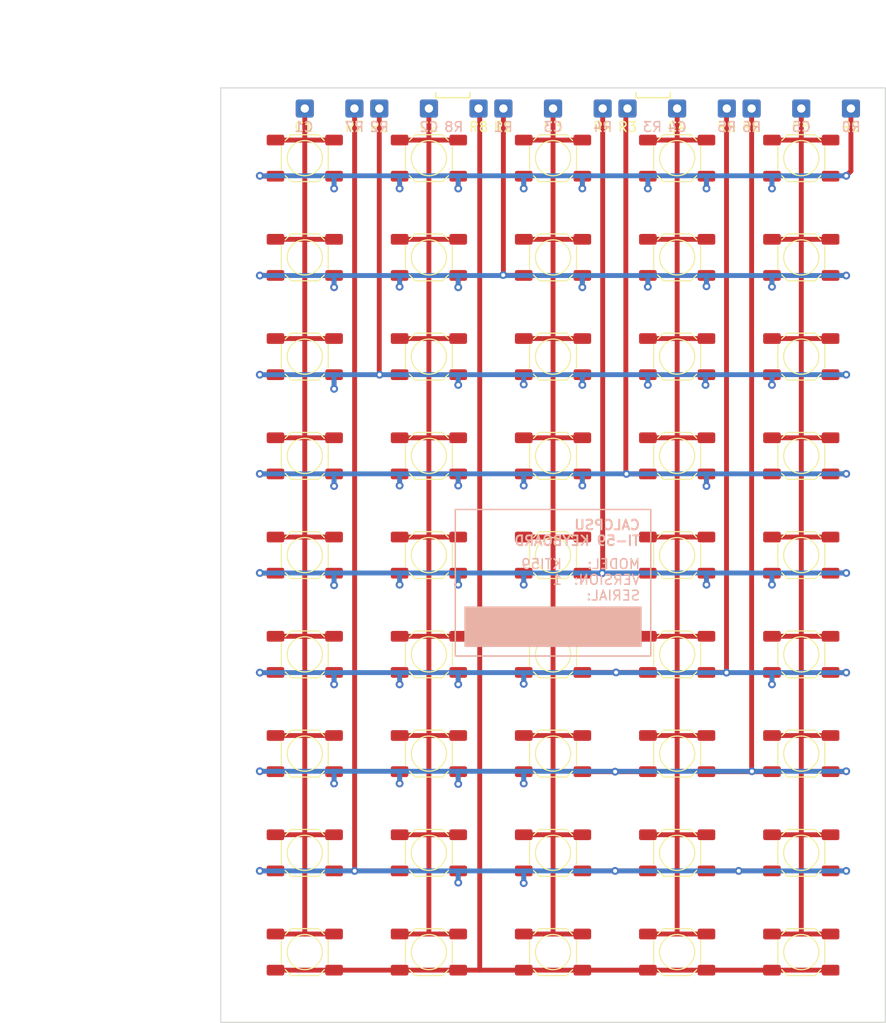
<source format=kicad_pcb>
(kicad_pcb (version 20240108) (generator "pcbnew") (generator_version "8.0")
  (title_block (title "KTI59") (date "2024-09-09") (rev "1") (company "CALCPSU"))
  (layers (0 "F.Cu" signal) (31 "B.Cu" signal) (34 "B.Paste" user) (35 "F.Paste" user) (36 "B.SilkS" user "B.Silkscreen") (37 "F.SilkS" user "F.Silkscreen") (38 "B.Mask" user) (39 "F.Mask" user) (44 "Edge.Cuts" user))
  (net 0 "")
  (net 1 "/C1")
  (net 2 "/R7")
  (net 3 "/R2")
  (net 4 "/C2")
  (net 5 "/R8")
  (net 6 "/R1")
  (net 7 "/C3")
  (net 8 "/R4")
  (net 9 "/R3")
  (net 10 "/C4")
  (net 11 "/R5")
  (net 12 "/R6")
  (net 13 "/C5")
  (net 14 "/R0")
  (footprint "george:PUSH_TACT_4.8x4.8x0.8" (layer "F.Cu") (at -25.4 17.35)
    (property "Reference" "SW1" (hide yes))
    (property "Value" "KEY" (hide yes))
  )
  (footprint "george:PUSH_TACT_4.8x4.8x0.8" (layer "F.Cu") (at -12.7 68.15)
    (property "Reference" "SW27" (hide yes))
    (property "Value" "KEY" (hide yes))
  )
  (footprint "george:PUSH_TACT_4.8x4.8x0.8" (layer "F.Cu") (at -12.7 27.51)
    (property "Reference" "SW7" (hide yes))
    (property "Value" "KEY" (hide yes))
  )
  (footprint "george:PUSH_TACT_4.8x4.8x0.8" (layer "F.Cu") (at 12.7 78.31)
    (property "Reference" "SW34" (hide yes))
    (property "Value" "KEY" (hide yes))
  )
  (footprint "Connector_Wire:SolderWire-0.25sqmm_1x01_D0.65mm_OD1.7mm" (layer "F.Cu") (at 20.32 2.11)
    (property "Reference" "J12" (hide yes))
    (property "Value" "R6")
  )
  (footprint "george:PUSH_TACT_4.8x4.8x0.8" (layer "F.Cu") (at 12.7 7.19)
    (property "Reference" "SW44" (hide yes))
    (property "Value" "KEY")
  )
  (footprint "Connector_Wire:SolderWire-0.25sqmm_1x01_D0.65mm_OD1.7mm" (layer "F.Cu") (at -12.7 2.11)
    (property "Reference" "J4" (hide yes))
    (property "Value" "C2")
  )
  (footprint "george:PUSH_TACT_4.8x4.8x0.8" (layer "F.Cu") (at -25.4 27.51)
    (property "Reference" "SW6" (hide yes))
    (property "Value" "KEY" (hide yes))
  )
  (footprint "Connector_Wire:SolderWire-0.25sqmm_1x01_D0.65mm_OD1.7mm" (layer "F.Cu") (at 25.4 2.11)
    (property "Reference" "J13" (hide yes))
    (property "Value" "C5")
  )
  (footprint "george:PUSH_TACT_4.8x4.8x0.8" (layer "F.Cu") (at 0 78.31)
    (property "Reference" "SW33" (hide yes))
    (property "Value" "KEY" (hide yes))
  )
  (footprint "Connector_Wire:SolderWire-0.25sqmm_1x01_D0.65mm_OD1.7mm" (layer "F.Cu") (at 0 2.11)
    (property "Reference" "J7" (hide yes))
    (property "Value" "C3")
  )
  (footprint "Connector_Wire:SolderWire-0.25sqmm_1x01_D0.65mm_OD1.7mm" (layer "F.Cu") (at 5.08 2.11)
    (property "Reference" "J8" (hide yes))
    (property "Value" "R4")
  )
  (footprint "Connector_Wire:SolderWire-0.25sqmm_1x01_D0.65mm_OD1.7mm" (layer "F.Cu") (at -20.32 2.11)
    (property "Reference" "J2" (hide yes))
    (property "Value" "R7")
  )
  (footprint "george:PUSH_TACT_4.8x4.8x0.8" (layer "F.Cu") (at -12.7 47.83)
    (property "Reference" "SW17" (hide yes))
    (property "Value" "KEY" (hide yes))
  )
  (footprint "george:PUSH_TACT_4.8x4.8x0.8" (layer "F.Cu") (at -12.7 17.35)
    (property "Reference" "SW2" (hide yes))
    (property "Value" "KEY" (hide yes))
  )
  (footprint "Connector_Wire:SolderWire-0.25sqmm_1x01_D0.65mm_OD1.7mm" (layer "F.Cu") (at 12.7 2.11)
    (property "Reference" "J10" (hide yes))
    (property "Value" "C4")
  )
  (footprint "Connector_Wire:SolderWire-0.25sqmm_1x01_D0.65mm_OD1.7mm" (layer "F.Cu") (at -17.78 2.11)
    (property "Reference" "J3" (hide yes))
    (property "Value" "R2")
  )
  (footprint "george:PUSH_TACT_4.8x4.8x0.8" (layer "F.Cu") (at 0 68.15)
    (property "Reference" "SW28" (hide yes))
    (property "Value" "KEY" (hide yes))
  )
  (footprint "george:PUSH_TACT_4.8x4.8x0.8" (layer "F.Cu") (at 12.7 47.83)
    (property "Reference" "SW19" (hide yes))
    (property "Value" "KEY" (hide yes))
  )
  (footprint "george:PUSH_TACT_4.8x4.8x0.8" (layer "F.Cu") (at 0 27.51)
    (property "Reference" "SW8" (hide yes))
    (property "Value" "KEY" (hide yes))
  )
  (footprint "george:PUSH_TACT_4.8x4.8x0.8" (layer "F.Cu") (at 25.4 88.47)
    (property "Reference" "SW40" (hide yes))
    (property "Value" "KEY" (hide yes))
  )
  (footprint "george:PUSH_TACT_4.8x4.8x0.8" (layer "F.Cu") (at 12.7 88.47)
    (property "Reference" "SW39" (hide yes))
    (property "Value" "KEY" (hide yes))
  )
  (footprint "george:PUSH_TACT_4.8x4.8x0.8" (layer "F.Cu") (at 25.4 47.83)
    (property "Reference" "SW20" (hide yes))
    (property "Value" "KEY" (hide yes))
  )
  (footprint "Connector_Wire:SolderWire-0.25sqmm_1x01_D0.65mm_OD1.7mm" (layer "F.Cu") (at -5.08 2.11)
    (property "Reference" "J6" (hide yes))
    (property "Value" "R1")
  )
  (footprint "george:PUSH_TACT_4.8x4.8x0.8" (layer "F.Cu") (at -25.4 68.15)
    (property "Reference" "SW26" (hide yes))
    (property "Value" "KEY" (hide yes))
  )
  (footprint "george:PUSH_TACT_4.8x4.8x0.8" (layer "F.Cu") (at 25.4 7.19)
    (property "Reference" "SW45" (hide yes))
    (property "Value" "KEY")
  )
  (footprint "george:PUSH_TACT_4.8x4.8x0.8" (layer "F.Cu") (at 25.4 17.35)
    (property "Reference" "SW5" (hide yes))
    (property "Value" "KEY" (hide yes))
  )
  (footprint "Connector_Wire:SolderWire-0.25sqmm_1x01_D0.65mm_OD1.7mm" (layer "F.Cu") (at 17.78 2.11)
    (property "Reference" "J11" (hide yes))
    (property "Value" "R5")
  )
  (footprint "george:PUSH_TACT_4.8x4.8x0.8" (layer "F.Cu") (at 25.4 37.67)
    (property "Reference" "SW15" (hide yes))
    (property "Value" "KEY" (hide yes))
  )
  (footprint "Connector_Wire:SolderWire-0.25sqmm_1x01_D0.65mm_OD1.7mm" (layer "F.Cu") (at 30.48 2.11)
    (property "Reference" "J14" (hide yes))
    (property "Value" "R0")
  )
  (footprint "george:PUSH_TACT_4.8x4.8x0.8" (layer "F.Cu") (at 12.7 17.35)
    (property "Reference" "SW4" (hide yes))
    (property "Value" "KEY" (hide yes))
  )
  (footprint "george:PUSH_TACT_4.8x4.8x0.8" (layer "F.Cu") (at -12.7 88.47)
    (property "Reference" "SW37" (hide yes))
    (property "Value" "KEY" (hide yes))
  )
  (footprint "george:PUSH_TACT_4.8x4.8x0.8" (layer "F.Cu") (at -25.4 57.99)
    (property "Reference" "SW21" (hide yes))
    (property "Value" "KEY" (hide yes))
  )
  (footprint "george:PUSH_TACT_4.8x4.8x0.8" (layer "F.Cu") (at -25.4 47.83)
    (property "Reference" "SW16" (hide yes))
    (property "Value" "KEY" (hide yes))
  )
  (footprint "george:PUSH_TACT_4.8x4.8x0.8" (layer "F.Cu") (at 0 7.19)
    (property "Reference" "SW43" (hide yes))
    (property "Value" "KEY")
  )
  (footprint "Connector_Wire:SolderWire-0.25sqmm_1x01_D0.65mm_OD1.7mm" (layer "F.Cu") (at -7.62 2.11)
    (property "Reference" "J5" (hide yes))
    (property "Value" "R8")
  )
  (footprint "george:PUSH_TACT_4.8x4.8x0.8" (layer "F.Cu") (at 0 17.35)
    (property "Reference" "SW3" (hide yes))
    (property "Value" "KEY" (hide yes))
  )
  (footprint "george:PUSH_TACT_4.8x4.8x0.8" (layer "F.Cu") (at 25.4 78.31)
    (property "Reference" "SW35" (hide yes))
    (property "Value" "KEY" (hide yes))
  )
  (footprint "george:PUSH_TACT_4.8x4.8x0.8" (layer "F.Cu") (at -12.7 78.31)
    (property "Reference" "SW32" (hide yes))
    (property "Value" "KEY" (hide yes))
  )
  (footprint "george:PUSH_TACT_4.8x4.8x0.8" (layer "F.Cu") (at -25.4 7.19)
    (property "Reference" "SW41" (hide yes))
    (property "Value" "KEY")
  )
  (footprint "george:PUSH_TACT_4.8x4.8x0.8" (layer "F.Cu") (at -12.7 37.67)
    (property "Reference" "SW12" (hide yes))
    (property "Value" "KEY" (hide yes))
  )
  (footprint "george:PUSH_TACT_4.8x4.8x0.8" (layer "F.Cu") (at 12.7 37.67)
    (property "Reference" "SW14" (hide yes))
    (property "Value" "KEY" (hide yes))
  )
  (footprint "george:PUSH_TACT_4.8x4.8x0.8" (layer "F.Cu") (at 12.7 57.99)
    (property "Reference" "SW24" (hide yes))
    (property "Value" "KEY" (hide yes))
  )
  (footprint "Connector_Wire:SolderWire-0.25sqmm_1x01_D0.65mm_OD1.7mm" (layer "F.Cu") (at 7.62 2.11)
    (property "Reference" "J9" (hide yes))
    (property "Value" "R3")
  )
  (footprint "george:PUSH_TACT_4.8x4.8x0.8" (layer "F.Cu") (at 12.7 27.51)
    (property "Reference" "SW9" (hide yes))
    (property "Value" "KEY" (hide yes))
  )
  (footprint "george:PUSH_TACT_4.8x4.8x0.8" (layer "F.Cu") (at 12.7 68.15)
    (property "Reference" "SW29" (hide yes))
    (property "Value" "KEY" (hide yes))
  )
  (footprint "george:PUSH_TACT_4.8x4.8x0.8" (layer "F.Cu") (at -25.4 88.47)
    (property "Reference" "SW36" (hide yes))
    (property "Value" "KEY" (hide yes))
  )
  (footprint "george:PUSH_TACT_4.8x4.8x0.8" (layer "F.Cu") (at -12.7 57.99)
    (property "Reference" "SW22" (hide yes))
    (property "Value" "KEY" (hide yes))
  )
  (footprint "george:PUSH_TACT_4.8x4.8x0.8" (layer "F.Cu") (at -25.4 37.67)
    (property "Reference" "SW11" (hide yes))
    (property "Value" "KEY" (hide yes))
  )
  (footprint "george:PUSH_TACT_4.8x4.8x0.8" (layer "F.Cu") (at -12.7 7.19)
    (property "Reference" "SW42" (hide yes))
    (property "Value" "KEY")
  )
  (footprint "george:PUSH_TACT_4.8x4.8x0.8" (layer "F.Cu") (at 25.4 57.99)
    (property "Reference" "SW25" (hide yes))
    (property "Value" "KEY" (hide yes))
  )
  (footprint "george:PUSH_TACT_4.8x4.8x0.8" (layer "F.Cu") (at 0 37.67)
    (property "Reference" "SW13" (hide yes))
    (property "Value" "KEY" (hide yes))
  )
  (footprint "george:PUSH_TACT_4.8x4.8x0.8" (layer "F.Cu") (at 25.4 68.15)
    (property "Reference" "SW30" (hide yes))
    (property "Value" "KEY" (hide yes))
  )
  (footprint "Connector_Wire:SolderWire-0.25sqmm_1x01_D0.65mm_OD1.7mm" (layer "F.Cu") (at -25.4 2.11)
    (property "Reference" "J1" (hide yes))
    (property "Value" "C1")
  )
  (footprint "george:PUSH_TACT_4.8x4.8x0.8" (layer "F.Cu") (at -25.4 78.31)
    (property "Reference" "SW31" (hide yes))
    (property "Value" "KEY" (hide yes))
  )
  (footprint "george:PUSH_TACT_4.8x4.8x0.8" (layer "F.Cu") (at 25.4 27.51)
    (property "Reference" "SW10" (hide yes))
    (property "Value" "KEY" (hide yes))
  )
  (footprint "george:PUSH_TACT_4.8x4.8x0.8" (layer "F.Cu") (at 0 88.47)
    (property "Reference" "SW38" (hide yes))
    (property "Value" "KEY" (hide yes))
  )
  (footprint "george:PUSH_TACT_4.8x4.8x0.8" (layer "F.Cu") (at 0 57.99)
    (property "Reference" "SW23" (hide yes))
    (property "Value" "KEY" (hide yes))
  )
  (footprint "george:PUSH_TACT_4.8x4.8x0.8" (layer "F.Cu") (at 0 47.83)
    (property "Reference" "SW18" (hide yes))
    (property "Value" "KEY" (hide yes))
  )
  (gr_rect (start -10 43.16) (end 10 58.16) (stroke (width 0.15)) (fill none) (layer "B.SilkS"))
  (gr_rect (start -9 53.16) (end 9 57.16) (stroke (width 0.15)) (fill solid) (layer "B.SilkS"))
  (gr_line (start 8.5 0.5) (end 8.5 1) (stroke (width 0.15)) (layer "F.SilkS"))
  (gr_line (start -8.5 1) (end -8.5 0.5) (stroke (width 0.15)) (layer "F.SilkS"))
  (gr_line (start -8.5 1) (end -12 1) (stroke (width 0.15)) (layer "F.SilkS"))
  (gr_line (start 8.5 1) (end 12 1) (stroke (width 0.15)) (layer "F.SilkS"))
  (gr_line (start 12 1) (end 12 0.5) (stroke (width 0.15)) (layer "F.SilkS"))
  (gr_line (start -12 0.5) (end -12 1) (stroke (width 0.15)) (layer "F.SilkS"))
  (gr_rect (start -34 0) (end 34 95.66) (stroke (width 0.1)) (fill none) (layer "Edge.Cuts"))
  (gr_text "R5" (at 17.78 4 0) (layer "B.SilkS") (effects (font (size 1 1)) (justify mirror)))
  (gr_text "R1" (at -5.1 4 0) (layer "B.SilkS") (effects (font (size 1 1)) (justify mirror)))
  (gr_text "C2" (at -12.7 4 0) (layer "B.SilkS") (effects (font (size 1 1)) (justify mirror)))
  (gr_text "R8" (at -10.16 4 0) (layer "B.SilkS") (effects (font (size 1 1)) (justify mirror)))
  (gr_text "CALCPSU\nTI-59 KEYBOARD" (at 9 44.16 0) (layer "B.SilkS") (effects (font (size 1 1) (thickness 0.2) (bold yes)) (justify left top mirror)))
  (gr_text "C4" (at 12.7 4 0) (layer "B.SilkS") (effects (font (size 1 1)) (justify mirror)))
  (gr_text "C5" (at 25.4 4 0) (layer "B.SilkS") (effects (font (size 1 1)) (justify mirror)))
  (gr_text "R3" (at 10.16 4 0) (layer "B.SilkS") (effects (font (size 1 1)) (justify mirror)))
  (gr_text "R6" (at 20.32 4 0) (layer "B.SilkS") (effects (font (size 1 1)) (justify mirror)))
  (gr_text "R7" (at -20.32 4 0) (layer "B.SilkS") (effects (font (size 1 1)) (justify mirror)))
  (gr_text "R2" (at -17.78 4 0) (layer "B.SilkS") (effects (font (size 1 1)) (justify mirror)))
  (gr_text "C3" (at 0 4 0) (layer "B.SilkS") (effects (font (size 1 1)) (justify mirror)))
  (gr_text "R0" (at 30.5 4 0) (layer "B.SilkS") (effects (font (size 1 1)) (justify mirror)))
  (gr_text "R4" (at 5.08 4 0) (layer "B.SilkS") (effects (font (size 1 1)) (justify mirror)))
  (gr_text "MODEL:\nVERSION:\nSERIAL:" (at 9 48.16 0) (layer "B.SilkS") (effects (font (size 1 1)) (justify left top mirror)))
  (gr_text "C1" (at -25.5 4 0) (layer "B.SilkS") (effects (font (size 1 1)) (justify mirror)))
  (gr_text "KTI59\n1" (at 1 48.16 0) (layer "B.SilkS") (effects (font (size 1 1)) (justify left top mirror)))
  (segment (start -28.4 56.14) (end -22.4 56.14) (width 0.5) (layer "F.Cu") (net 1))
  (segment (start -25.4 86.62) (end -28.4 86.62) (width 0.5) (layer "F.Cu") (net 1))
  (segment (start -25.4 86.3) (end -25.4 86.62) (width 0.5) (layer "F.Cu") (net 1))
  (segment (start -28.4 5.34) (end -22.4 5.34) (width 0.5) (layer "F.Cu") (net 1))
  (segment (start -28.4 66.3) (end -22.4 66.3) (width 0.5) (layer "F.Cu") (net 1))
  (segment (start -28.4 45.98) (end -22.4 45.98) (width 0.5) (layer "F.Cu") (net 1))
  (segment (start -28.4 15.5) (end -22.4 15.5) (width 0.5) (layer "F.Cu") (net 1))
  (segment (start -25.4 86.62) (end -22.4 86.62) (width 0.5) (layer "F.Cu") (net 1))
  (segment (start -28.4 25.66) (end -22.4 25.66) (width 0.5) (layer "F.Cu") (net 1))
  (segment (start -25.4 2.11) (end -25.4 86.3) (width 0.5) (layer "F.Cu") (net 1))
  (segment (start -28.4 35.82) (end -22.4 35.82) (width 0.5) (layer "F.Cu") (net 1))
  (segment (start -28.4 76.46) (end -22.4 76.46) (width 0.5) (layer "F.Cu") (net 1))
  (segment (start 28.4 80.16) (end 30 80.16) (width 0.5) (layer "F.Cu") (net 2))
  (segment (start -3 80.16) (end -3 81.41) (width 0.5) (layer "F.Cu") (net 2))
  (segment (start -20.3 2.13) (end -20.32 2.11) (width 0.5) (layer "F.Cu") (net 2))
  (segment (start -30 80.16) (end -28.4 80.16) (width 0.5) (layer "F.Cu") (net 2))
  (segment (start 3 80.16) (end 9.7 80.16) (width 0.5) (layer "F.Cu") (net 2))
  (segment (start -9.7 80.16) (end -9.7 81.36) (width 0.5) (layer "F.Cu") (net 2))
  (segment (start 15.7 80.16) (end 22.4 80.16) (width 0.5) (layer "F.Cu") (net 2))
  (segment (start -20.3 80.16) (end -15.7 80.16) (width 0.5) (layer "F.Cu") (net 2))
  (segment (start -20.3 80.16) (end -20.3 2.13) (width 0.5) (layer "F.Cu") (net 2))
  (segment (start -22.4 80.16) (end -20.3 80.16) (width 0.5) (layer "F.Cu") (net 2))
  (via (at -30 80.16) (size 0.8) (drill 0.4) (layers "F.Cu" "B.Cu") (net 2))
  (via (at -9.7 81.36) (size 0.8) (drill 0.4) (layers "F.Cu" "B.Cu") (net 2))
  (via (at -3 81.41) (size 0.8) (drill 0.4) (layers "F.Cu" "B.Cu") (net 2))
  (via (at 30 80.16) (size 0.8) (drill 0.4) (layers "F.Cu" "B.Cu") (net 2))
  (via (at -20.3 80.16) (size 0.8) (drill 0.4) (layers "F.Cu" "B.Cu") (net 2))
  (via (at 6.35 80.16) (size 0.8) (drill 0.4) (layers "F.Cu" "B.Cu") (net 2))
  (via (at 19 80.16) (size 0.8) (drill 0.4) (layers "F.Cu" "B.Cu") (net 2))
  (segment (start -19.45 80.16) (end 30 80.16) (width 0.5) (layer "B.Cu") (net 2))
  (segment (start -19.45 80.16) (end -30 80.16) (width 0.5) (layer "B.Cu") (net 2))
  (segment (start -3 81.41) (end -3 80.16) (width 0.5) (layer "B.Cu") (net 2))
  (segment (start -9.7 81.36) (end -9.7 80.16) (width 0.5) (layer "B.Cu") (net 2))
  (segment (start -17.78 2.11) (end -17.78 29.33) (width 0.5) (layer "F.Cu") (net 3))
  (segment (start 22.4 29.36) (end 22.4 30.41) (width 0.5) (layer "F.Cu") (net 3))
  (segment (start -22.4 29.36) (end -22.4 30.81) (width 0.5) (layer "F.Cu") (net 3))
  (segment (start -3 29.36) (end -3 30.36) (width 0.5) (layer "F.Cu") (net 3))
  (segment (start 3 29.36) (end 3 30.41) (width 0.5) (layer "F.Cu") (net 3))
  (segment (start -9.7 29.36) (end -9.7 30.41) (width 0.5) (layer "F.Cu") (net 3))
  (segment (start 30 29.36) (end 28.4 29.36) (width 0.5) (layer "F.Cu") (net 3))
  (segment (start 9.7 29.36) (end 9.7 30.41) (width 0.5) (layer "F.Cu") (net 3))
  (segment (start -17.78 29.33) (end -17.75 29.36) (width 0.5) (layer "F.Cu") (net 3))
  (segment (start -15.7 29.36) (end -17.75 29.36) (width 0.5) (layer "F.Cu") (net 3))
  (segment (start 15.6 29.46) (end 15.7 29.36) (width 0.5) (layer "F.Cu") (net 3))
  (segment (start 15.6 30.41) (end 15.6 29.46) (width 0.5) (layer "F.Cu") (net 3))
  (segment (start -28.4 29.36) (end -30 29.36) (width 0.5) (layer "F.Cu") (net 3))
  (via (at -3 30.36) (size 0.8) (drill 0.4) (layers "F.Cu" "B.Cu") (net 3))
  (via (at 15.6 30.41) (size 0.8) (drill 0.4) (layers "F.Cu" "B.Cu") (net 3))
  (via (at -30 29.36) (size 0.8) (drill 0.4) (layers "F.Cu" "B.Cu") (net 3))
  (via (at 3 30.41) (size 0.8) (drill 0.4) (layers "F.Cu" "B.Cu") (net 3))
  (via (at 22.4 30.41) (size 0.8) (drill 0.4) (layers "F.Cu" "B.Cu") (net 3))
  (via (at -9.7 30.41) (size 0.8) (drill 0.4) (layers "F.Cu" "B.Cu") (net 3))
  (via (at 30 29.36) (size 0.8) (drill 0.4) (layers "F.Cu" "B.Cu") (net 3))
  (via (at 9.7 30.41) (size 0.8) (drill 0.4) (layers "F.Cu" "B.Cu") (net 3))
  (via (at -22.4 30.81) (size 0.8) (drill 0.4) (layers "F.Cu" "B.Cu") (net 3))
  (via (at -17.75 29.36) (size 0.8) (drill 0.4) (layers "F.Cu" "B.Cu") (net 3))
  (segment (start -22.4 29.41) (end -22.35 29.36) (width 0.5) (layer "B.Cu") (net 3))
  (segment (start -9.65 29.36) (end -2.9 29.36) (width 0.5) (layer "B.Cu") (net 3))
  (segment (start -22.35 29.36) (end -17.75 29.36) (width 0.5) (layer "B.Cu") (net 3))
  (segment (start -9.7 30.41) (end -9.7 29.41) (width 0.5) (layer "B.Cu") (net 3))
  (segment (start -17.75 29.36) (end -9.65 29.36) (width 0.5) (layer "B.Cu") (net 3))
  (segment (start 3 30.41) (end 3 29.41) (width 0.5) (layer "B.Cu") (net 3))
  (segment (start -3 29.46) (end -2.9 29.36) (width 0.5) (layer "B.Cu") (net 3))
  (segment (start 9.7 30.41) (end 9.7 29.36) (width 0.5) (layer "B.Cu") (net 3))
  (segment (start -2.9 29.36) (end 3.05 29.36) (width 0.5) (layer "B.Cu") (net 3))
  (segment (start 22.4 30.41) (end 22.4 29.36) (width 0.5) (layer "B.Cu") (net 3))
  (segment (start -22.4 30.81) (end -22.4 29.41) (width 0.5) (layer "B.Cu") (net 3))
  (segment (start -3 30.36) (end -3 29.46) (width 0.5) (layer "B.Cu") (net 3))
  (segment (start -17.78 29.33) (end -17.75 29.36) (width 0.5) (layer "B.Cu") (net 3))
  (segment (start -9.7 29.41) (end -9.65 29.36) (width 0.5) (layer "B.Cu") (net 3))
  (segment (start 15.6 29.36) (end 30 29.36) (width 0.5) (layer "B.Cu") (net 3))
  (segment (start 3 29.41) (end 3.05 29.36) (width 0.5) (layer "B.Cu") (net 3))
  (segment (start 3.05 29.36) (end 15.6 29.36) (width 0.5) (layer "B.Cu") (net 3))
  (segment (start -30 29.36) (end -22.35 29.36) (width 0.5) (layer "B.Cu") (net 3))
  (segment (start 15.6 29.36) (end 15.6 30.41) (width 0.5) (layer "B.Cu") (net 3))
  (segment (start -12.7 86.62) (end -15.7 86.62) (width 0.5) (layer "F.Cu") (net 4))
  (segment (start -15.7 5.34) (end -9.7 5.34) (width 0.5) (layer "F.Cu") (net 4))
  (segment (start -15.7 25.66) (end -9.7 25.66) (width 0.5) (layer "F.Cu") (net 4))
  (segment (start -15.7 66.3) (end -9.7 66.3) (width 0.5) (layer "F.Cu") (net 4))
  (segment (start -15.7 56.14) (end -9.7 56.14) (width 0.5) (layer "F.Cu") (net 4))
  (segment (start -15.7 15.5) (end -9.7 15.5) (width 0.5) (layer "F.Cu") (net 4))
  (segment (start -12.7 2.11) (end -12.7 86.62) (width 0.5) (layer "F.Cu") (net 4))
  (segment (start -12.7 86.62) (end -9.7 86.62) (width 0.5) (layer "F.Cu") (net 4))
  (segment (start -15.7 35.82) (end -9.7 35.82) (width 0.5) (layer "F.Cu") (net 4))
  (segment (start -15.7 76.46) (end -9.7 76.46) (width 0.5) (layer "F.Cu") (net 4))
  (segment (start -15.7 45.98) (end -9.7 45.98) (width 0.5) (layer "F.Cu") (net 4))
  (segment (start -28.4 90.32) (end -7.5 90.32) (width 0.5) (layer "F.Cu") (net 5))
  (segment (start -7.5 90.32) (end 28.4 90.32) (width 0.5) (layer "F.Cu") (net 5))
  (segment (start -7.5 2.23) (end -7.62 2.11) (width 0.5) (layer "F.Cu") (net 5))
  (segment (start -7.5 90.32) (end -7.5 2.23) (width 0.5) (layer "F.Cu") (net 5))
  (segment (start 22.4 19.2) (end 22.4 20.36) (width 0.5) (layer "F.Cu") (net 6))
  (segment (start -22.4 19.2) (end -22.4 20.41) (width 0.5) (layer "F.Cu") (net 6))
  (segment (start 15.7 19.2) (end 15.7 20.31) (width 0.5) (layer "F.Cu") (net 6))
  (segment (start -5.08 19.14) (end -5.1 19.16) (width 0.5) (layer "F.Cu") (net 6))
  (segment (start -3 19.2) (end -5.06 19.2) (width 0.5) (layer "F.Cu") (net 6))
  (segment (start 3 19.2) (end 3 20.41) (width 0.5) (layer "F.Cu") (net 6))
  (segment (start -9.7 19.2) (end -9.7 20.41) (width 0.5) (layer "F.Cu") (net 6))
  (segment (start -5.06 19.2) (end -5.1 19.16) (width 0.5) (layer "F.Cu") (net 6))
  (segment (start -15.7 19.2) (end -15.7 20.36) (width 0.5) (layer "F.Cu") (net 6))
  (segment (start -28.4 19.2) (end -29.99 19.2) (width 0.5) (layer "F.Cu") (net 6))
  (segment (start 28.41 19.21) (end 28.4 19.2) (width 0.5) (layer "F.Cu") (net 6))
  (segment (start -5.08 2.11) (end -5.08 19.14) (width 0.5) (layer "F.Cu") (net 6))
  (segment (start 30 19.21) (end 28.41 19.21) (width 0.5) (layer "F.Cu") (net 6))
  (segment (start 9.7 19.2) (end 9.7 20.36) (width 0.5) (layer "F.Cu") (net 6))
  (segment (start -29.99 19.2) (end -30 19.21) (width 0.5) (layer "F.Cu") (net 6))
  (via (at -9.7 20.41) (size 0.8) (drill 0.4) (layers "F.Cu" "B.Cu") (net 6))
  (via (at -30 19.21) (size 0.8) (drill 0.4) (layers "F.Cu" "B.Cu") (net 6))
  (via (at -5.1 19.16) (size 0.8) (drill 0.4) (layers "F.Cu" "B.Cu") (net 6))
  (via (at -15.7 20.36) (size 0.8) (drill 0.4) (layers "F.Cu" "B.Cu") (net 6))
  (via (at 9.7 20.36) (size 0.8) (drill 0.4) (layers "F.Cu" "B.Cu") (net 6))
  (via (at -22.4 20.41) (size 0.8) (drill 0.4) (layers "F.Cu" "B.Cu") (net 6))
  (via (at 3 20.41) (size 0.8) (drill 0.4) (layers "F.Cu" "B.Cu") (net 6))
  (via (at 30 19.21) (size 0.8) (drill 0.4) (layers "F.Cu" "B.Cu") (net 6))
  (via (at 22.4 20.36) (size 0.8) (drill 0.4) (layers "F.Cu" "B.Cu") (net 6))
  (via (at 15.7 20.31) (size 0.8) (drill 0.4) (layers "F.Cu" "B.Cu") (net 6))
  (segment (start -15.6 19.21) (end -9.7 19.21) (width 0.5) (layer "B.Cu") (net 6))
  (segment (start 9.7 19.31) (end 9.8 19.21) (width 0.5) (layer "B.Cu") (net 6))
  (segment (start 22.4 19.26) (end 22.35 19.21) (width 0.5) (layer "B.Cu") (net 6))
  (segment (start 9.8 19.21) (end 15.75 19.21) (width 0.5) (layer "B.Cu") (net 6))
  (segment (start 3 20.41) (end 3 19.31) (width 0.5) (layer "B.Cu") (net 6))
  (segment (start 15.7 20.31) (end 15.7 19.26) (width 0.5) (layer "B.Cu") (net 6))
  (segment (start 3.1 19.21) (end 9.8 19.21) (width 0.5) (layer "B.Cu") (net 6))
  (segment (start 22.4 20.36) (end 22.4 19.26) (width 0.5) (layer "B.Cu") (net 6))
  (segment (start -15.7 20.36) (end -15.7 19.31) (width 0.5) (layer "B.Cu") (net 6))
  (segment (start -22.4 20.41) (end -22.4 19.26) (width 0.5) (layer "B.Cu") (net 6))
  (segment (start 15.75 19.21) (end 22.35 19.21) (width 0.5) (layer "B.Cu") (net 6))
  (segment (start 3 19.31) (end 3.1 19.21) (width 0.5) (layer "B.Cu") (net 6))
  (segment (start -22.35 19.21) (end -15.6 19.21) (width 0.5) (layer "B.Cu") (net 6))
  (segment (start -15.7 19.31) (end -15.6 19.21) (width 0.5) (layer "B.Cu") (net 6))
  (segment (start -9.7 20.41) (end -9.7 19.21) (width 0.5) (layer "B.Cu") (net 6))
  (segment (start 9.7 20.36) (end 9.7 19.31) (width 0.5) (layer "B.Cu") (net 6))
  (segment (start 22.35 19.21) (end 30 19.21) (width 0.5) (layer "B.Cu") (net 6))
  (segment (start -9.7 19.21) (end 3.1 19.21) (width 0.5) (layer "B.Cu") (net 6))
  (segment (start 15.7 19.26) (end 15.75 19.21) (width 0.5) (layer "B.Cu") (net 6))
  (segment (start -30 19.21) (end -22.35 19.21) (width 0.5) (layer "B.Cu") (net 6))
  (segment (start -22.4 19.26) (end -22.35 19.21) (width 0.5) (layer "B.Cu") (net 6))
  (segment (start -3 66.3) (end 3 66.3) (width 0.5) (layer "F.Cu") (net 7))
  (segment (start -3 15.5) (end 3 15.5) (width 0.5) (layer "F.Cu") (net 7))
  (segment (start -3 56.14) (end 3 56.14) (width 0.5) (layer "F.Cu") (net 7))
  (segment (start 0 86.62) (end -3 86.62) (width 0.5) (layer "F.Cu") (net 7))
  (segment (start -3 76.46) (end 3 76.46) (width 0.5) (layer "F.Cu") (net 7))
  (segment (start 0 86.62) (end 3 86.62) (width 0.5) (layer "F.Cu") (net 7))
  (segment (start -3 5.34) (end 3 5.34) (width 0.5) (layer "F.Cu") (net 7))
  (segment (start 0 2.11) (end 0 86.62) (width 0.5) (layer "F.Cu") (net 7))
  (segment (start -3 45.98) (end 3 45.98) (width 0.5) (layer "F.Cu") (net 7))
  (segment (start -3 35.82) (end 3 35.82) (width 0.5) (layer "F.Cu") (net 7))
  (segment (start -3 25.66) (end 3 25.66) (width 0.5) (layer "F.Cu") (net 7))
  (segment (start 30 49.66) (end 28.42 49.66) (width 0.5) (layer "F.Cu") (net 8))
  (segment (start 22.4 49.68) (end 22.4 50.86) (width 0.5) (layer "F.Cu") (net 8))
  (segment (start 5.08 2.11) (end 5.08 49.63) (width 0.5) (layer "F.Cu") (net 8))
  (segment (start 5.03 49.68) (end 3 49.68) (width 0.5) (layer "F.Cu") (net 8))
  (segment (start -9.7 49.68) (end -9.7 50.86) (width 0.5) (layer "F.Cu") (net 8))
  (segment (start -3 49.68) (end -3 50.86) (width 0.5) (layer "F.Cu") (net 8))
  (segment (start -29.98 49.68) (end -30 49.66) (width 0.5) (layer "F.Cu") (net 8))
  (segment (start 15.7 49.68) (end 15.7 50.86) (width 0.5) (layer "F.Cu") (net 8))
  (segment (start 3 49.68) (end 9.7 49.68) (width 0.5) (layer "F.Cu") (net 8))
  (segment (start -22.4 49.68) (end -22.4 50.91) (width 0.5) (layer "F.Cu") (net 8))
  (segment (start 5.08 49.63) (end 5.03 49.68) (width 0.5) (layer "F.Cu") (net 8))
  (segment (start 28.42 49.66) (end 28.4 49.68) (width 0.5) (layer "F.Cu") (net 8))
  (segment (start -15.7 49.68) (end -15.7 50.86) (width 0.5) (layer "F.Cu") (net 8))
  (segment (start -28.4 49.68) (end -29.98 49.68) (width 0.5) (layer "F.Cu") (net 8))
  (via (at -15.7 50.86) (size 0.8) (drill 0.4) (layers "F.Cu" "B.Cu") (net 8))
  (via (at -22.4 50.91) (size 0.8) (drill 0.4) (layers "F.Cu" "B.Cu") (net 8))
  (via (at -30 49.66) (size 0.8) (drill 0.4) (layers "F.Cu" "B.Cu") (net 8))
  (via (at -9.7 50.86) (size 0.8) (drill 0.4) (layers "F.Cu" "B.Cu") (net 8))
  (via (at 22.4 50.86) (size 0.8) (drill 0.4) (layers "F.Cu" "B.Cu") (net 8))
  (via (at 30 49.66) (size 0.8) (drill 0.4) (layers "F.Cu" "B.Cu") (net 8))
  (via (at 15.7 50.86) (size 0.8) (drill 0.4) (layers "F.Cu" "B.Cu") (net 8))
  (via (at -3 50.86) (size 0.8) (drill 0.4) (layers "F.Cu" "B.Cu") (net 8))
  (via (at 5.03 49.68) (size 0.8) (drill 0.4) (layers "F.Cu" "B.Cu") (net 8))
  (segment (start 22.45 49.66) (end 30 49.66) (width 0.5) (layer "B.Cu") (net 8))
  (segment (start -15.7 49.66) (end -9.7 49.66) (width 0.5) (layer "B.Cu") (net 8))
  (segment (start 15.7 49.71) (end 15.75 49.66) (width 0.5) (layer "B.Cu") (net 8))
  (segment (start -9.7 49.66) (end -3 49.66) (width 0.5) (layer "B.Cu") (net 8))
  (segment (start -3 49.66) (end 15.75 49.66) (width 0.5) (layer "B.Cu") (net 8))
  (segment (start 15.75 49.66) (end 22.45 49.66) (width 0.5) (layer "B.Cu") (net 8))
  (segment (start -9.7 50.86) (end -9.7 49.66) (width 0.5) (layer "B.Cu") (net 8))
  (segment (start 15.7 50.86) (end 15.7 49.71) (width 0.5) (layer "B.Cu") (net 8))
  (segment (start -30 49.66) (end -22.4 49.66) (width 0.5) (layer "B.Cu") (net 8))
  (segment (start -22.4 50.91) (end -22.4 49.66) (width 0.5) (layer "B.Cu") (net 8))
  (segment (start -3 50.86) (end -3 49.66) (width 0.5) (layer "B.Cu") (net 8))
  (segment (start 22.4 50.86) (end 22.4 49.71) (width 0.5) (layer "B.Cu") (net 8))
  (segment (start -15.7 50.86) (end -15.7 49.66) (width 0.5) (layer "B.Cu") (net 8))
  (segment (start 22.4 49.71) (end 22.45 49.66) (width 0.5) (layer "B.Cu") (net 8))
  (segment (start -22.4 49.66) (end -15.7 49.66) (width 0.5) (layer "B.Cu") (net 8))
  (segment (start 30 39.51) (end 28.41 39.51) (width 0.5) (layer "F.Cu") (net 9))
  (segment (start 15.7 39.52) (end 15.7 40.76) (width 0.5) (layer "F.Cu") (net 9))
  (segment (start -15.7 39.52) (end -15.7 40.71) (width 0.5) (layer "F.Cu") (net 9))
  (segment (start 28.41 39.51) (end 28.4 39.52) (width 0.5) (layer "F.Cu") (net 9))
  (segment (start 7.45 2.28) (end 7.62 2.11) (width 0.5) (layer "F.Cu") (net 9))
  (segment (start 7.45 39.46) (end 7.45 2.28) (width 0.5) (layer "F.Cu") (net 9))
  (segment (start 7.51 39.52) (end 7.45 39.46) (width 0.5) (layer "F.Cu") (net 9))
  (segment (start -29.99 39.52) (end -30 39.51) (width 0.5) (layer "F.Cu") (net 9))
  (segment (start -3 39.52) (end -3 40.71) (width 0.5) (layer "F.Cu") (net 9))
  (segment (start -9.7 39.52) (end -9.7 40.71) (width 0.5) (layer "F.Cu") (net 9))
  (segment (start -28.4 39.52) (end -29.99 39.52) (width 0.5) (layer "F.Cu") (net 9))
  (segment (start 7.51 39.52) (end 9.7 39.52) (width 0.5) (layer "F.Cu") (net 9))
  (segment (start -22.4 39.52) (end -22.4 40.76) (width 0.5) (layer "F.Cu") (net 9))
  (segment (start 3 39.52) (end 3 40.71) (width 0.5) (layer "F.Cu") (net 9))
  (via (at 3 40.71) (size 0.8) (drill 0.4) (layers "F.Cu" "B.Cu") (net 9))
  (via (at 15.7 40.76) (size 0.8) (drill 0.4) (layers "F.Cu" "B.Cu") (net 9))
  (via (at -22.4 40.76) (size 0.8) (drill 0.4) (layers "F.Cu" "B.Cu") (net 9))
  (via (at -3 40.71) (size 0.8) (drill 0.4) (layers "F.Cu" "B.Cu") (net 9))
  (via (at 7.51 39.52) (size 0.8) (drill 0.4) (layers "F.Cu" "B.Cu") (net 9))
  (via (at -30 39.51) (size 0.8) (drill 0.4) (layers "F.Cu" "B.Cu") (net 9))
  (via (at 30 39.51) (size 0.8) (drill 0.4) (layers "F.Cu" "B.Cu") (net 9))
  (via (at -15.7 40.71) (size 0.8) (drill 0.4) (layers "F.Cu" "B.Cu") (net 9))
  (via (at -9.7 40.71) (size 0.8) (drill 0.4) (layers "F.Cu" "B.Cu") (net 9))
  (segment (start 15.75 39.51) (end 30 39.51) (width 0.5) (layer "B.Cu") (net 9))
  (segment (start -9.7 39.61) (end -9.6 39.51) (width 0.5) (layer "B.Cu") (net 9))
  (segment (start -22.4 39.56) (end -22.45 39.51) (width 0.5) (layer "B.Cu") (net 9))
  (segment (start 15.7 39.56) (end 15.75 39.51) (width 0.5) (layer "B.Cu") (net 9))
  (segment (start -15.7 39.51) (end -9.6 39.51) (width 0.5) (layer "B.Cu") (net 9))
  (segment (start 15.7 40.76) (end 15.7 39.56) (width 0.5) (layer "B.Cu") (net 9))
  (segment (start -22.4 40.76) (end -22.4 39.56) (width 0.5) (layer "B.Cu") (net 9))
  (segment (start 7.5 39.51) (end 7.51 39.52) (width 0.5) (layer "B.Cu") (net 9))
  (segment (start -2.95 39.51) (end 3 39.51) (width 0.5) (layer "B.Cu") (net 9))
  (segment (start 3 40.71) (end 3 39.51) (width 0.5) (layer "B.Cu") (net 9))
  (segment (start -15.7 40.71) (end -15.7 39.51) (width 0.5) (layer "B.Cu") (net 9))
  (segment (start -22.45 39.51) (end -15.7 39.51) (width 0.5) (layer "B.Cu") (net 9))
  (segment (start -9.7 40.71) (end -9.7 39.61) (width 0.5) (layer "B.Cu") (net 9))
  (segment (start 7.51 39.52) (end 7.52 39.51) (width 0.5) (layer "B.Cu") (net 9))
  (segment (start 3 39.51) (end 7.5 39.51) (width 0.5) (layer "B.Cu") (net 9))
  (segment (start -30 39.51) (end -22.45 39.51) (width 0.5) (layer "B.Cu") (net 9))
  (segment (start 7.52 39.51) (end 15.75 39.51) (width 0.5) (layer "B.Cu") (net 9))
  (segment (start -9.6 39.51) (end -2.95 39.51) (width 0.5) (layer "B.Cu") (net 9))
  (segment (start -3 40.71) (end -3 39.56) (width 0.5) (layer "B.Cu") (net 9))
  (segment (start -3 39.56) (end -2.95 39.51) (width 0.5) (layer "B.Cu") (net 9))
  (segment (start 12.7 76.46) (end 15.7 76.46) (width 0.5) (layer "F.Cu") (net 10))
  (segment (start 9.7 45.98) (end 15.7 45.98) (width 0.5) (layer "F.Cu") (net 10))
  (segment (start 9.7 35.82) (end 15.7 35.82) (width 0.5) (layer "F.Cu") (net 10))
  (segment (start 9.7 15.5) (end 15.7 15.5) (width 0.5) (layer "F.Cu") (net 10))
  (segment (start 9.7 5.34) (end 15.7 5.34) (width 0.5) (layer "F.Cu") (net 10))
  (segment (start 12.7 86.62) (end 9.7 86.62) (width 0.5) (layer "F.Cu") (net 10))
  (segment (start 9.7 25.66) (end 15.7 25.66) (width 0.5) (layer "F.Cu") (net 10))
  (segment (start 12.7 76.46) (end 12.7 86.62) (width 0.5) (layer "F.Cu") (net 10))
  (segment (start 12.7 86.62) (end 15.7 86.62) (width 0.5) (layer "F.Cu") (net 10))
  (segment (start 12.7 2.11) (end 12.7 76.46) (width 0.5) (layer "F.Cu") (net 10))
  (segment (start 9.7 76.46) (end 12.7 76.46) (width 0.5) (layer "F.Cu") (net 10))
  (segment (start 9.7 56.14) (end 15.7 56.14) (width 0.5) (layer "F.Cu") (net 10))
  (segment (start 9.7 66.3) (end 15.7 66.3) (width 0.5) (layer "F.Cu") (net 10))
  (segment (start 30 59.86) (end 28.42 59.86) (width 0.5) (layer "F.Cu") (net 11))
  (segment (start 17.75 2.14) (end 17.75 59.86) (width 0.5) (layer "F.Cu") (net 11))
  (segment (start 22.4 59.84) (end 22.4 61.06) (width 0.5) (layer "F.Cu") (net 11))
  (segment (start -30 59.86) (end -28.42 59.86) (width 0.5) (layer "F.Cu") (net 11))
  (segment (start -15.7 59.84) (end -15.7 61.06) (width 0.5) (layer "F.Cu") (net 11))
  (segment (start 9.7 59.84) (end 3 59.84) (width 0.5) (layer "F.Cu") (net 11))
  (segment (start 17.78 2.11) (end 17.75 2.14) (width 0.5) (layer "F.Cu") (net 11))
  (segment (start 28.42 59.86) (end 28.4 59.84) (width 0.5) (layer "F.Cu") (net 11))
  (segment (start -3 61.01) (end -3 59.84) (width 0.5) (layer "F.Cu") (net 11))
  (segment (start 15.7 59.84) (end 17.73 59.84) (width 0.5) (layer "F.Cu") (net 11))
  (segment (start 17.73 59.84) (end 17.75 59.86) (width 0.5) (layer "F.Cu") (net 11))
  (segment (start -9.7 59.84) (end -9.7 61.06) (width 0.5) (layer "F.Cu") (net 11))
  (segment (start -22.4 59.84) (end -22.4 61.06) (width 0.5) (layer "F.Cu") (net 11))
  (segment (start -28.42 59.86) (end -28.4 59.84) (width 0.5) (layer "F.Cu") (net 11))
  (via (at -15.7 61.06) (size 0.8) (drill 0.4) (layers "F.Cu" "B.Cu") (net 11))
  (via (at 30 59.86) (size 0.8) (drill 0.4) (layers "F.Cu" "B.Cu") (net 11))
  (via (at -22.4 61.06) (size 0.8) (drill 0.4) (layers "F.Cu" "B.Cu") (net 11))
  (via (at 6.45 59.84) (size 0.8) (drill 0.4) (layers "F.Cu" "B.Cu") (net 11))
  (via (at 17.75 59.86) (size 0.8) (drill 0.4) (layers "F.Cu" "B.Cu") (net 11))
  (via (at -3 61.01) (size 0.8) (drill 0.4) (layers "F.Cu" "B.Cu") (net 11))
  (via (at -30 59.86) (size 0.8) (drill 0.4) (layers "F.Cu" "B.Cu") (net 11))
  (via (at 22.4 61.06) (size 0.8) (drill 0.4) (layers "F.Cu" "B.Cu") (net 11))
  (via (at -9.7 61.06) (size 0.8) (drill 0.4) (layers "F.Cu" "B.Cu") (net 11))
  (segment (start -15.7 61.06) (end -15.7 59.91) (width 0.5) (layer "B.Cu") (net 11))
  (segment (start -22.35 59.86) (end -30 59.86) (width 0.5) (layer "B.Cu") (net 11))
  (segment (start -15.75 59.86) (end -22.35 59.86) (width 0.5) (layer "B.Cu") (net 11))
  (segment (start -3 61.01) (end -3 59.86) (width 0.5) (layer "B.Cu") (net 11))
  (segment (start 17.75 59.86) (end 22.35 59.86) (width 0.5) (layer "B.Cu") (net 11))
  (segment (start -9.7 59.86) (end -15.75 59.86) (width 0.5) (layer "B.Cu") (net 11))
  (segment (start 3 59.86) (end -3 59.86) (width 0.5) (layer "B.Cu") (net 11))
  (segment (start -22.4 59.91) (end -22.35 59.86) (width 0.5) (layer "B.Cu") (net 11))
  (segment (start -9.7 61.06) (end -9.7 59.86) (width 0.5) (layer "B.Cu") (net 11))
  (segment (start -3 59.86) (end -9.7 59.86) (width 0.5) (layer "B.Cu") (net 11))
  (segment (start -22.4 61.06) (end -22.4 59.91) (width 0.5) (layer "B.Cu") (net 11))
  (segment (start 17.75 59.86) (end 3 59.86) (width 0.5) (layer "B.Cu") (net 11))
  (segment (start 22.4 61.06) (end 22.4 59.91) (width 0.5) (layer "B.Cu") (net 11))
  (segment (start 22.35 59.86) (end 30 59.86) (width 0.5) (layer "B.Cu") (net 11))
  (segment (start 22.4 59.91) (end 22.35 59.86) (width 0.5) (layer "B.Cu") (net 11))
  (segment (start -15.7 59.91) (end -15.75 59.86) (width 0.5) (layer "B.Cu") (net 11))
  (segment (start 3 70) (end 9.7 70) (width 0.5) (layer "F.Cu") (net 12))
  (segment (start -22.4 70) (end -22.4 71.21) (width 0.5) (layer "F.Cu") (net 12))
  (segment (start -15.7 70) (end -15.7 71.21) (width 0.5) (layer "F.Cu") (net 12))
  (segment (start -3 70) (end -3 71.21) (width 0.5) (layer "F.Cu") (net 12))
  (segment (start -9.7 70) (end -9.7 71.26) (width 0.5) (layer "F.Cu") (net 12))
  (segment (start -30 69.96) (end -28.44 69.96) (width 0.5) (layer "F.Cu") (net 12))
  (segment (start 28.4 70) (end 29.96 70) (width 0.5) (layer "F.Cu") (net 12))
  (segment (start 20.32 2.11) (end 20.32 69.93) (width 0.5) (layer "F.Cu") (net 12))
  (segment (start -28.44 69.96) (end -28.4 70) (width 0.5) (layer "F.Cu") (net 12))
  (segment (start 20.32 69.93) (end 20.35 69.96) (width 0.5) (layer "F.Cu") (net 12))
  (segment (start 15.7 70) (end 22.4 70) (width 0.5) (layer "F.Cu") (net 12))
  (segment (start 29.96 70) (end 30 69.96) (width 0.5) (layer "F.Cu") (net 12))
  (via (at -9.7 71.26) (size 0.8) (drill 0.4) (layers "F.Cu" "B.Cu") (net 12))
  (via (at 20.35 69.96) (size 0.8) (drill 0.4) (layers "F.Cu" "B.Cu") (net 12))
  (via (at 6.35 70) (size 0.8) (drill 0.4) (layers "F.Cu" "B.Cu") (net 12))
  (via (at -30 69.96) (size 0.8) (drill 0.4) (layers "F.Cu" "B.Cu") (net 12))
  (via (at -15.7 71.21) (size 0.8) (drill 0.4) (layers "F.Cu" "B.Cu") (net 12))
  (via (at -22.4 71.21) (size 0.8) (drill 0.4) (layers "F.Cu" "B.Cu") (net 12))
  (via (at -3 71.21) (size 0.8) (drill 0.4) (layers "F.Cu" "B.Cu") (net 12))
  (via (at 30 69.96) (size 0.8) (drill 0.4) (layers "F.Cu" "B.Cu") (net 12))
  (segment (start -3 71.21) (end -3 69.96) (width 0.5) (layer "B.Cu") (net 12))
  (segment (start -22.4 71.21) (end -22.4 69.96) (width 0.5) (layer "B.Cu") (net 12))
  (segment (start -15.75 69.96) (end -22.4 69.96) (width 0.5) (layer "B.Cu") (net 12))
  (segment (start -9.7 71.26) (end -9.7 70.01) (width 0.5) (layer "B.Cu") (net 12))
  (segment (start -9.75 69.96) (end -15.75 69.96) (width 0.5) (layer "B.Cu") (net 12))
  (segment (start -15.7 70.01) (end -15.75 69.96) (width 0.5) (layer "B.Cu") (net 12))
  (segment (start 30 69.96) (end 20.35 69.96) (width 0.5) (layer "B.Cu") (net 12))
  (segment (start -15.7 71.21) (end -15.7 70.01) (width 0.5) (layer "B.Cu") (net 12))
  (segment (start 20.35 69.96) (end -3 69.96) (width 0.5) (layer "B.Cu") (net 12))
  (segment (start -9.7 70.01) (end -9.75 69.96) (width 0.5) (layer "B.Cu") (net 12))
  (segment (start -3 69.96) (end -9.75 69.96) (width 0.5) (layer "B.Cu") (net 12))
  (segment (start -22.4 69.96) (end -30 69.96) (width 0.5) (layer "B.Cu") (net 12))
  (segment (start 22.4 5.34) (end 28.4 5.34) (width 0.5) (layer "F.Cu") (net 13))
  (segment (start 22.4 76.46) (end 28.4 76.46) (width 0.5) (layer "F.Cu") (net 13))
  (segment (start 25.4 86.56) (end 25.46 86.62) (width 0.5) (layer "F.Cu") (net 13))
  (segment (start 22.4 25.66) (end 28.4 25.66) (width 0.5) (layer "F.Cu") (net 13))
  (segment (start 22.4 56.14) (end 28.4 56.14) (width 0.5) (layer "F.Cu") (net 13))
  (segment (start 25.46 86.62) (end 22.4 86.62) (width 0.5) (layer "F.Cu") (net 13))
  (segment (start 22.4 45.98) (end 28.4 45.98) (width 0.5) (layer "F.Cu") (net 13))
  (segment (start 25.4 2.11) (end 25.4 86.56) (width 0.5) (layer "F.Cu") (net 13))
  (segment (start 22.4 15.5) (end 28.4 15.5) (width 0.5) (layer "F.Cu") (net 13))
  (segment (start 25.46 86.62) (end 28.4 86.62) (width 0.5) (layer "F.Cu") (net 13))
  (segment (start 22.4 66.3) (end 28.4 66.3) (width 0.5) (layer "F.Cu") (net 13))
  (segment (start 22.4 35.82) (end 28.4 35.82) (width 0.5) (layer "F.Cu") (net 13))
  (segment (start -15.7 9.04) (end -15.7 10.3) (width 0.5) (layer "F.Cu") (net 14))
  (segment (start 22.4 9.04) (end 22.4 10.3) (width 0.5) (layer "F.Cu") (net 14))
  (segment (start -29.96 9.04) (end -30 9) (width 0.5) (layer "F.Cu") (net 14))
  (segment (start -3 9.04) (end -3 10.3) (width 0.5) (layer "F.Cu") (net 14))
  (segment (start 15.7 9.04) (end 15.7 10.3) (width 0.5) (layer "F.Cu") (net 14))
  (segment (start -22.4 9.04) (end -22.4 10.3) (width 0.5) (layer "F.Cu") (net 14))
  (segment (start 30.48 8.52) (end 30.48 2.11) (width 0.5) (layer "F.Cu") (net 14))
  (segment (start -9.7 9.04) (end -9.7 10.3) (width 0.5) (layer "F.Cu") (net 14))
  (segment (start 30 9) (end 30.48 8.52) (width 0.5) (layer "F.Cu") (net 14))
  (segment (start 3 9.04) (end 3 10.3) (width 0.5) (layer "F.Cu") (net 14))
  (segment (start 30 9) (end 28.44 9) (width 0.5) (layer "F.Cu") (net 14))
  (segment (start 28.44 9) (end 28.4 9.04) (width 0.5) (layer "F.Cu") (net 14))
  (segment (start -28.4 9.04) (end -29.96 9.04) (width 0.5) (layer "F.Cu") (net 14))
  (segment (start 9.7 9.04) (end 9.7 10.3) (width 0.5) (layer "F.Cu") (net 14))
  (via (at 22.4 10.3) (size 0.8) (drill 0.4) (layers "F.Cu" "B.Cu") (net 14))
  (via (at -9.7 10.3) (size 0.8) (drill 0.4) (layers "F.Cu" "B.Cu") (net 14))
  (via (at -30 9) (size 0.8) (drill 0.4) (layers "F.Cu" "B.Cu") (net 14))
  (via (at -3 10.3) (size 0.8) (drill 0.4) (layers "F.Cu" "B.Cu") (net 14))
  (via (at -22.4 10.3) (size 0.8) (drill 0.4) (layers "F.Cu" "B.Cu") (net 14))
  (via (at 30 9) (size 0.8) (drill 0.4) (layers "F.Cu" "B.Cu") (net 14))
  (via (at 15.7 10.3) (size 0.8) (drill 0.4) (layers "F.Cu" "B.Cu") (net 14))
  (via (at 3 10.3) (size 0.8) (drill 0.4) (layers "F.Cu" "B.Cu") (net 14))
  (via (at 9.7 10.3) (size 0.8) (drill 0.4) (layers "F.Cu" "B.Cu") (net 14))
  (via (at -15.7 10.3) (size 0.8) (drill 0.4) (layers "F.Cu" "B.Cu") (net 14))
  (segment (start -15.7 9) (end -9.6 9) (width 0.5) (layer "B.Cu") (net 14))
  (segment (start -22.4 10.3) (end -22.4 9) (width 0.5) (layer "B.Cu") (net 14))
  (segment (start 3 9.1) (end 2.9 9) (width 0.5) (layer "B.Cu") (net 14))
  (segment (start -22.4 9) (end -15.7 9) (width 0.5) (layer "B.Cu") (net 14))
  (segment (start -30 9) (end -22.4 9) (width 0.5) (layer "B.Cu") (net 14))
  (segment (start -15.7 10.3) (end -15.7 9) (width 0.5) (layer "B.Cu") (net 14))
  (segment (start 9.8 9) (end 15.8 9) (width 0.5) (layer "B.Cu") (net 14))
  (segment (start 15.8 9) (end 22.4 9) (width 0.5) (layer "B.Cu") (net 14))
  (segment (start 15.7 10.3) (end 15.7 9.1) (width 0.5) (layer "B.Cu") (net 14))
  (segment (start -3 9) (end 2.9 9) (width 0.5) (layer "B.Cu") (net 14))
  (segment (start 9.7 9.1) (end 9.8 9) (width 0.5) (layer "B.Cu") (net 14))
  (segment (start -9.6 9) (end -3 9) (width 0.5) (layer "B.Cu") (net 14))
  (segment (start 22.4 10.3) (end 22.4 9) (width 0.5) (layer "B.Cu") (net 14))
  (segment (start 3 10.3) (end 3 9.1) (width 0.5) (layer "B.Cu") (net 14))
  (segment (start -3 10.3) (end -3 9) (width 0.5) (layer "B.Cu") (net 14))
  (segment (start 22.4 9) (end 30 9) (width 0.5) (layer "B.Cu") (net 14))
  (segment (start 2.9 9) (end 9.8 9) (width 0.5) (layer "B.Cu") (net 14))
  (segment (start -9.7 9.1) (end -9.6 9) (width 0.5) (layer "B.Cu") (net 14))
  (segment (start 15.7 9.1) (end 15.8 9) (width 0.5) (layer "B.Cu") (net 14))
  (segment (start 9.7 10.3) (end 9.7 9.1) (width 0.5) (layer "B.Cu") (net 14))
  (segment (start -9.7 10.3) (end -9.7 9.1) (width 0.5) (layer "B.Cu") (net 14))
)
</source>
